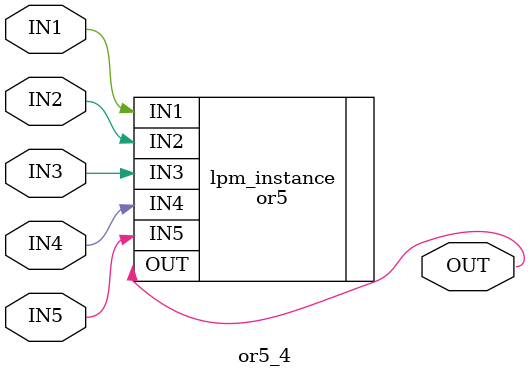
<source format=v>



module or5_4(IN1,IN3,IN2,IN5,IN4,OUT);
input IN1;
input IN3;
input IN2;
input IN5;
input IN4;
output OUT;

or5	lpm_instance(.IN1(IN1),.IN3(IN3),.IN2(IN2),.IN5(IN5),.IN4(IN4),.OUT(OUT));

endmodule

</source>
